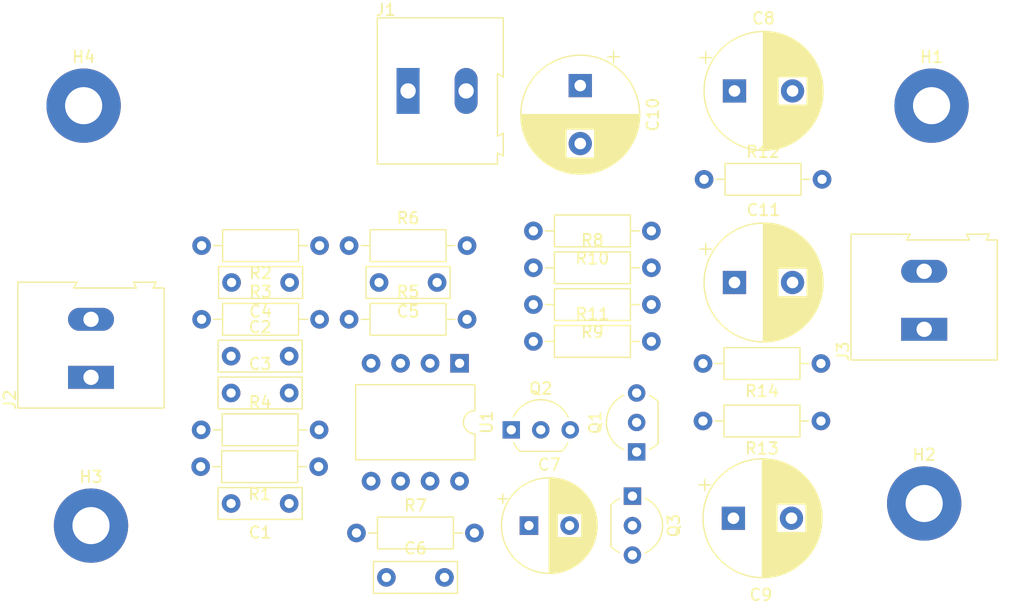
<source format=kicad_pcb>
(kicad_pcb (version 20221018) (generator pcbnew)
  (layers (0 "F.Cu" signal) (31 "B.Cu" signal) (34 "B.Paste" user) (35 "F.Paste" user) (36 "B.SilkS" user "B.Silkscreen") (37 "F.SilkS" user "F.Silkscreen") (38 "B.Mask" user) (39 "F.Mask" user) (44 "Edge.Cuts" user))
  (net 0 "")
  (net 1 "Net-(Q1-E)")
  (net 2 "Net-(Q1-B)")
  (net 3 "Net-(J1-Pin_2)")
  (net 4 "Net-(Q2-E)")
  (net 5 "Net-(Q2-B)")
  (net 6 "Net-(Q3-E)")
  (net 7 "GND")
  (net 8 "Net-(U1B-+)")
  (net 9 "Net-(U1A-+)")
  (net 10 "Net-(U1A--)")
  (net 11 "Net-(C4-Pad1)")
  (net 12 "Net-(C3-Pad2)")
  (net 13 "Net-(C5-Pad2)")
  (net 14 "Net-(U1B--)")
  (net 15 "Net-(C11-Pad1)")
  (net 16 "Net-(J3-Pin_2)")
  (net 17 "Net-(J2-Pin_2)")
  (footprint "TerminalBlock:TerminalBlock_Altech_AK300-2_P5.00mm" (layer "F.Cu") (at 166.37 82.14 90)
    (fp_text reference "J3" (at -1.92 -6.99 90) (layer "F.SilkS"))
    (fp_text value "Conn_01x02")
    (pad "1" thru_hole rect (at 0 0 90) (size 1.98 3.96) (drill 1.32) (layers "*.Cu" "*.Mask") (net 7 "GND"))
    (pad "2" thru_hole oval (at 5 0 90) (size 1.98 3.96) (drill 1.32) (layers "*.Cu" "*.Mask") (net 16 "Net-(J3-Pin_2)"))
  )
  (footprint "Package_TO_SOT_THT:TO-92_Inline_Wide" (layer "F.Cu") (at 141.605 92.71 90)
    (fp_text reference "Q1" (at 2.54 -3.56 90) (layer "F.SilkS"))
    (fp_text value "2N3904")
    (pad "1" thru_hole rect (at 0 0 90) (size 1.5 1.5) (drill 0.8) (layers "*.Cu" "*.Mask") (net 1 "Net-(Q1-E)"))
    (pad "2" thru_hole circle (at 2.54 0 90) (size 1.5 1.5) (drill 0.8) (layers "*.Cu" "*.Mask") (net 2 "Net-(Q1-B)"))
    (pad "3" thru_hole circle (at 5.08 0 90) (size 1.5 1.5) (drill 0.8) (layers "*.Cu" "*.Mask") (net 3 "Net-(J1-Pin_2)"))
  )
  (footprint "MountingHole:MountingHole_3.2mm_M3_Pad_TopBottom" (layer "F.Cu") (at 167.005 62.865)
    (fp_text reference "H1" (at 0 -4.2) (layer "F.SilkS"))
    (fp_text value "MountingHole_Pad")
    (pad "1" thru_hole circle (at 0 0) (size 3.6 3.6) (drill 3.2) (layers "*.Cu" "*.Mask"))
    (pad "1" connect circle (at 0 0) (size 6.4 6.4) (layers "F.Cu" "F.Mask"))
    (pad "1" connect circle (at 0 0) (size 6.4 6.4) (layers "B.Cu" "B.Mask"))
  )
  (footprint "Resistor_THT:R_Axial_DIN0207_L6.3mm_D2.5mm_P10.16mm_Horizontal" (layer "F.Cu") (at 147.412323 69.215)
    (fp_text reference "R12" (at 5.08 -2.37) (layer "F.SilkS"))
    (fp_text value "22")
    (pad "1" thru_hole circle (at 0 0) (size 1.6 1.6) (drill 0.8) (layers "*.Cu" "*.Mask") (net 1 "Net-(Q1-E)"))
    (pad "2" thru_hole oval (at 10.16 0) (size 1.6 1.6) (drill 0.8) (layers "*.Cu" "*.Mask") (net 15 "Net-(C11-Pad1)"))
  )
  (footprint "TerminalBlock:TerminalBlock_Altech_AK300-2_P5.00mm" (layer "F.Cu") (at 94.615 86.28 90)
    (fp_text reference "J2" (at -1.92 -6.99 90) (layer "F.SilkS"))
    (fp_text value "Conn_01x02")
    (pad "1" thru_hole rect (at 0 0 90) (size 1.98 3.96) (drill 1.32) (layers "*.Cu" "*.Mask") (net 7 "GND"))
    (pad "2" thru_hole oval (at 5 0 90) (size 1.98 3.96) (drill 1.32) (layers "*.Cu" "*.Mask") (net 17 "Net-(J2-Pin_2)"))
  )
  (footprint "Capacitor_THT:C_Rect_L7.0mm_W2.5mm_P5.00mm" (layer "F.Cu") (at 120.055 103.525)
    (fp_text reference "C6" (at 2.5 -2.5) (layer "F.SilkS"))
    (fp_text value "22p")
    (pad "1" thru_hole circle (at 0 0) (size 1.6 1.6) (drill 0.8) (layers "*.Cu" "*.Mask") (net 14 "Net-(U1B--)"))
    (pad "2" thru_hole circle (at 5 0) (size 1.6 1.6) (drill 0.8) (layers "*.Cu" "*.Mask") (net 15 "Net-(C11-Pad1)"))
  )
  (footprint "Resistor_THT:R_Axial_DIN0207_L6.3mm_D2.5mm_P10.16mm_Horizontal" (layer "F.Cu") (at 117.475 99.695)
    (fp_text reference "R7" (at 5.08 -2.37) (layer "F.SilkS"))
    (fp_text value "100k")
    (pad "1" thru_hole circle (at 0 0) (size 1.6 1.6) (drill 0.8) (layers "*.Cu" "*.Mask") (net 14 "Net-(U1B--)"))
    (pad "2" thru_hole oval (at 10.16 0) (size 1.6 1.6) (drill 0.8) (layers "*.Cu" "*.Mask") (net 15 "Net-(C11-Pad1)"))
  )
  (footprint "Capacitor_THT:C_Rect_L7.0mm_W2.5mm_P5.00mm" (layer "F.Cu") (at 106.68 87.63)
    (fp_text reference "C3" (at 2.5 -2.5) (layer "F.SilkS"))
    (fp_text value "22p")
    (pad "1" thru_hole circle (at 0 0) (size 1.6 1.6) (drill 0.8) (layers "*.Cu" "*.Mask") (net 10 "Net-(U1A--)"))
    (pad "2" thru_hole circle (at 5 0) (size 1.6 1.6) (drill 0.8) (layers "*.Cu" "*.Mask") (net 12 "Net-(C3-Pad2)"))
  )
  (footprint "Resistor_THT:R_Axial_DIN0207_L6.3mm_D2.5mm_P10.16mm_Horizontal" (layer "F.Cu") (at 104.1 90.805)
    (fp_text reference "R4" (at 5.08 -2.37) (layer "F.SilkS"))
    (fp_text value "100k")
    (pad "1" thru_hole circle (at 0 0) (size 1.6 1.6) (drill 0.8) (layers "*.Cu" "*.Mask") (net 10 "Net-(U1A--)"))
    (pad "2" thru_hole oval (at 10.16 0) (size 1.6 1.6) (drill 0.8) (layers "*.Cu" "*.Mask") (net 12 "Net-(C3-Pad2)"))
  )
  (footprint "Capacitor_THT:CP_Radial_D10.0mm_P5.00mm" (layer "F.Cu") (at 150.032323 61.595)
    (fp_text reference "C8" (at 2.5 -6.25) (layer "F.SilkS"))
    (fp_text value "1000u")
    (pad "1" thru_hole rect (at 0 0) (size 2 2) (drill 1) (layers "*.Cu" "*.Mask") (net 1 "Net-(Q1-E)"))
    (pad "2" thru_hole circle (at 5 0) (size 2 2) (drill 1) (layers "*.Cu" "*.Mask") (net 15 "Net-(C11-Pad1)"))
  )
  (footprint "Resistor_THT:R_Axial_DIN0207_L6.3mm_D2.5mm_P10.16mm_Horizontal" (layer "F.Cu") (at 157.48 85.09 180)
    (fp_text reference "R14" (at 5.08 -2.37) (layer "F.SilkS"))
    (fp_text value "680")
    (pad "1" thru_hole circle (at 0 0 180) (size 1.6 1.6) (drill 0.8) (layers "*.Cu" "*.Mask") (net 16 "Net-(J3-Pin_2)"))
    (pad "2" thru_hole oval (at 10.16 0 180) (size 1.6 1.6) (drill 0.8) (layers "*.Cu" "*.Mask") (net 7 "GND"))
  )
  (footprint "Resistor_THT:R_Axial_DIN0207_L6.3mm_D2.5mm_P10.16mm_Horizontal" (layer "F.Cu") (at 157.48 90.043 180)
    (fp_text reference "R13" (at 5.08 -2.37) (layer "F.SilkS"))
    (fp_text value "22")
    (pad "1" thru_hole circle (at 0 0 180) (size 1.6 1.6) (drill 0.8) (layers "*.Cu" "*.Mask") (net 15 "Net-(C11-Pad1)"))
    (pad "2" thru_hole oval (at 10.16 0 180) (size 1.6 1.6) (drill 0.8) (layers "*.Cu" "*.Mask") (net 6 "Net-(Q3-E)"))
  )
  (footprint "Resistor_THT:R_Axial_DIN0207_L6.3mm_D2.5mm_P10.16mm_Horizontal" (layer "F.Cu") (at 142.875 80.01 180)
    (fp_text reference "R9" (at 5.08 -2.37) (layer "F.SilkS"))
    (fp_text value "5k6")
    (pad "1" thru_hole circle (at 0 0 180) (size 1.6 1.6) (drill 0.8) (layers "*.Cu" "*.Mask") (net 5 "Net-(Q2-B)"))
    (pad "2" thru_hole oval (at 10.16 0 180) (size 1.6 1.6) (drill 0.8) (layers "*.Cu" "*.Mask") (net 4 "Net-(Q2-E)"))
  )
  (footprint "Resistor_THT:R_Axial_DIN0207_L6.3mm_D2.5mm_P10.16mm_Horizontal" (layer "F.Cu") (at 114.22 93.98 180)
    (fp_text reference "R1" (at 5.08 -2.37) (layer "F.SilkS"))
    (fp_text value "10k")
    (pad "1" thru_hole circle (at 0 0 180) (size 1.6 1.6) (drill 0.8) (layers "*.Cu" "*.Mask") (net 8 "Net-(U1B-+)"))
    (pad "2" thru_hole oval (at 10.16 0 180) (size 1.6 1.6) (drill 0.8) (layers "*.Cu" "*.Mask") (net 7 "GND"))
  )
  (footprint "TerminalBlock:TerminalBlock_Altech_AK300-2_P5.00mm" (layer "F.Cu") (at 121.92 61.595)
    (fp_text reference "J1" (at -1.92 -6.99) (layer "F.SilkS"))
    (fp_text value "Conn_01x02")
    (pad "1" thru_hole rect (at 0 0) (size 1.98 3.96) (drill 1.32) (layers "*.Cu" "*.Mask") (net 7 "GND"))
    (pad "2" thru_hole oval (at 5 0) (size 1.98 3.96) (drill 1.32) (layers "*.Cu" "*.Mask") (net 3 "Net-(J1-Pin_2)"))
  )
  (footprint "Capacitor_THT:CP_Radial_D10.0mm_P5.00mm" (layer "F.Cu") (at 150.032323 78.105)
    (fp_text reference "C11" (at 2.5 -6.25) (layer "F.SilkS"))
    (fp_text value "470u")
    (pad "1" thru_hole rect (at 0 0) (size 2 2) (drill 1) (layers "*.Cu" "*.Mask") (net 15 "Net-(C11-Pad1)"))
    (pad "2" thru_hole circle (at 5 0) (size 2 2) (drill 1) (layers "*.Cu" "*.Mask") (net 16 "Net-(J3-Pin_2)"))
  )
  (footprint "MountingHole:MountingHole_3.2mm_M3_Pad_TopBottom" (layer "F.Cu") (at 93.98 62.865)
    (fp_text reference "H4" (at 0 -4.2) (layer "F.SilkS"))
    (fp_text value "MountingHole_Pad")
    (pad "1" thru_hole circle (at 0 0) (size 3.6 3.6) (drill 3.2) (layers "*.Cu" "*.Mask"))
    (pad "1" connect circle (at 0 0) (size 6.4 6.4) (layers "F.Cu" "F.Mask"))
    (pad "1" connect circle (at 0 0) (size 6.4 6.4) (layers "B.Cu" "B.Mask"))
  )
  (footprint "Capacitor_THT:CP_Radial_D10.0mm_P5.00mm" (layer "F.Cu") (at 149.94 98.425)
    (fp_text reference "C9" (at 2.367677 6.604) (layer "F.SilkS"))
    (fp_text value "1000u")
    (pad "1" thru_hole rect (at 0 0) (size 2 2) (drill 1) (layers "*.Cu" "*.Mask") (net 15 "Net-(C11-Pad1)"))
    (pad "2" thru_hole circle (at 5 0) (size 2 2) (drill 1) (layers "*.Cu" "*.Mask") (net 6 "Net-(Q3-E)"))
  )
  (footprint "Capacitor_THT:CP_Radial_D8.0mm_P3.50mm" (layer "F.Cu") (at 132.332349 99.06)
    (fp_text reference "C7" (at 1.75 -5.25) (layer "F.SilkS"))
    (fp_text value "100u")
    (pad "1" thru_hole rect (at 0 0) (size 1.6 1.6) (drill 0.8) (layers "*.Cu" "*.Mask") (net 2 "Net-(Q1-B)"))
    (pad "2" thru_hole circle (at 3.5 0) (size 1.6 1.6) (drill 0.8) (layers "*.Cu" "*.Mask") (net 4 "Net-(Q2-E)"))
  )
  (footprint "Resistor_THT:R_Axial_DIN0207_L6.3mm_D2.5mm_P10.16mm_Horizontal" (layer "F.Cu") (at 116.84 81.28)
    (fp_text reference "R5" (at 5.08 -2.37) (layer "F.SilkS"))
    (fp_text value "27k")
    (pad "1" thru_hole circle (at 0 0) (size 1.6 1.6) (drill 0.8) (layers "*.Cu" "*.Mask") (net 13 "Net-(C5-Pad2)"))
    (pad "2" thru_hole oval (at 10.16 0) (size 1.6 1.6) (drill 0.8) (layers "*.Cu" "*.Mask") (net 14 "Net-(U1B--)"))
  )
  (footprint "Package_TO_SOT_THT:TO-92_Inline_Wide" (layer "F.Cu") (at 141.245 96.52 -90)
    (fp_text reference "Q3" (at 2.54 -3.56 90) (layer "F.SilkS"))
    (fp_text value "2N3906")
    (pad "1" thru_hole rect (at 0 0 270) (size 1.5 1.5) (drill 0.8) (layers "*.Cu" "*.Mask") (net 6 "Net-(Q3-E)"))
    (pad "2" thru_hole circle (at 2.54 0 270) (size 1.5 1.5) (drill 0.8) (layers "*.Cu" "*.Mask") (net 4 "Net-(Q2-E)"))
    (pad "3" thru_hole circle (at 5.08 0 270) (size 1.5 1.5) (drill 0.8) (layers "*.Cu" "*.Mask") (net 7 "GND"))
  )
  (footprint "Capacitor_THT:C_Rect_L7.0mm_W2.5mm_P5.00mm" (layer "F.Cu") (at 124.42 78.105 180)
    (fp_text reference "C5" (at 2.5 -2.5) (layer "F.SilkS"))
    (fp_text value "220n")
    (pad "1" thru_hole circle (at 0 0 180) (size 1.6 1.6) (drill 0.8) (layers "*.Cu" "*.Mask") (net 12 "Net-(C3-Pad2)"))
    (pad "2" thru_hole circle (at 5 0 180) (size 1.6 1.6) (drill 0.8) (layers "*.Cu" "*.Mask") (net 13 "Net-(C5-Pad2)"))
  )
  (footprint "Resistor_THT:R_Axial_DIN0207_L6.3mm_D2.5mm_P10.16mm_Horizontal" (layer "F.Cu") (at 116.84 74.93)
    (fp_text reference "R6" (at 5.08 -2.37) (layer "F.SilkS"))
    (fp_text value "10k")
    (pad "1" thru_hole circle (at 0 0) (size 1.6 1.6) (drill 0.8) (layers "*.Cu" "*.Mask") (net 8 "Net-(U1B-+)"))
    (pad "2" thru_hole oval (at 10.16 0) (size 1.6 1.6) (drill 0.8) (layers "*.Cu" "*.Mask") (net 3 "Net-(J1-Pin_2)"))
  )
  (footprint "Resistor_THT:R_Axial_DIN0207_L6.3mm_D2.5mm_P10.16mm_Horizontal" (layer "F.Cu") (at 132.715 83.185)
    (fp_text reference "R11" (at 5.08 -2.37) (layer "F.SilkS"))
    (fp_text value "4k7")
    (pad "1" thru_hole circle (at 0 0) (size 1.6 1.6) (drill 0.8) (layers "*.Cu" "*.Mask") (net 4 "Net-(Q2-E)"))
    (pad "2" thru_hole oval (at 10.16 0) (size 1.6 1.6) (drill 0.8) (layers "*.Cu" "*.Mask") (net 7 "GND"))
  )
  (footprint "MountingHole:MountingHole_3.2mm_M3_Pad_TopBottom" (layer "F.Cu") (at 94.615 99.06)
    (fp_text reference "H3" (at 0 -4.2) (layer "F.SilkS"))
    (fp_text value "MountingHole_Pad")
    (pad "1" thru_hole circle (at 0 0) (size 3.6 3.6) (drill 3.2) (layers "*.Cu" "*.Mask"))
    (pad "1" connect circle (at 0 0) (size 6.4 6.4) (layers "F.Cu" "F.Mask"))
    (pad "1" connect circle (at 0 0) (size 6.4 6.4) (layers "B.Cu" "B.Mask"))
  )
  (footprint "Resistor_THT:R_Axial_DIN0207_L6.3mm_D2.5mm_P10.16mm_Horizontal" (layer "F.Cu") (at 114.3 74.93 180)
    (fp_text reference "R2" (at 5.08 -2.37) (layer "F.SilkS"))
    (fp_text value "10k")
    (pad "1" thru_hole circle (at 0 0 180) (size 1.6 1.6) (drill 0.8) (layers "*.Cu" "*.Mask") (net 8 "Net-(U1B-+)"))
    (pad "2" thru_hole oval (at 10.16 0 180) (size 1.6 1.6) (drill 0.8) (layers "*.Cu" "*.Mask") (net 9 "Net-(U1A-+)"))
  )
  (footprint "Resistor_THT:R_Axial_DIN0207_L6.3mm_D2.5mm_P10.16mm_Horizontal" (layer "F.Cu") (at 104.14 81.28)
    (fp_text reference "R3" (at 5.08 -2.37) (layer "F.SilkS"))
    (fp_text value "27k")
    (pad "1" thru_hole circle (at 0 0) (size 1.6 1.6) (drill 0.8) (layers "*.Cu" "*.Mask") (net 10 "Net-(U1A--)"))
    (pad "2" thru_hole oval (at 10.16 0) (size 1.6 1.6) (drill 0.8) (layers "*.Cu" "*.Mask") (net 11 "Net-(C4-Pad1)"))
  )
  (footprint "Capacitor_THT:C_Rect_L7.0mm_W2.5mm_P5.00mm" (layer "F.Cu") (at 106.68 84.455)
    (fp_text reference "C2" (at 2.5 -2.5) (layer "F.SilkS"))
    (fp_text value "220n")
    (pad "1" thru_hole circle (at 0 0) (size 1.6 1.6) (drill 0.8) (layers "*.Cu" "*.Mask") (net 17 "Net-(J2-Pin_2)"))
    (pad "2" thru_hole circle (at 5 0) (size 1.6 1.6) (drill 0.8) (layers "*.Cu" "*.Mask") (net 9 "Net-(U1A-+)"))
  )
  (footprint "Package_TO_SOT_THT:TO-92_Inline_Wide" (layer "F.Cu") (at 130.81 90.805)
    (fp_text reference "Q2" (at 2.54 -3.56) (layer "F.SilkS"))
    (fp_text value "2N3904")
    (pad "1" thru_hole rect (at 0 0) (size 1.5 1.5) (drill 0.8) (layers "*.Cu" "*.Mask") (net 4 "Net-(Q2-E)"))
    (pad "2" thru_hole circle (at 2.54 0) (size 1.5 1.5) (drill 0.8) (layers "*.Cu" "*.Mask") (net 5 "Net-(Q2-B)"))
    (pad "3" thru_hole circle (at 5.08 0) (size 1.5 1.5) (drill 0.8) (layers "*.Cu" "*.Mask") (net 2 "Net-(Q1-B)"))
  )
  (footprint "Capacitor_THT:C_Rect_L7.0mm_W2.5mm_P5.00mm" (layer "F.Cu") (at 111.68 97.155 180)
    (fp_text reference "C1" (at 2.5 -2.5) (layer "F.SilkS"))
    (fp_text value "10n")
    (pad "1" thru_hole circle (at 0 0 180) (size 1.6 1.6) (drill 0.8) (layers "*.Cu" "*.Mask") (net 8 "Net-(U1B-+)"))
    (pad "2" thru_hole circle (at 5 0 180) (size 1.6 1.6) (drill 0.8) (layers "*.Cu" "*.Mask") (net 7 "GND"))
  )
  (footprint "MountingHole:MountingHole_3.2mm_M3_Pad_TopBottom" (layer "F.Cu") (at 166.37 97.155)
    (fp_text reference "H2" (at 0 -4.2) (layer "F.SilkS"))
    (fp_text value "MountingHole_Pad")
    (pad "1" thru_hole circle (at 0 0) (size 3.6 3.6) (drill 3.2) (layers "*.Cu" "*.Mask"))
    (pad "1" connect circle (at 0 0) (size 6.4 6.4) (layers "F.Cu" "F.Mask"))
    (pad "1" connect circle (at 0 0) (size 6.4 6.4) (layers "B.Cu" "B.Mask"))
  )
  (footprint "Package_DIP:DIP-8_W10.16mm" (layer "F.Cu") (at 126.355 85.07 -90)
    (fp_text reference "U1" (at 5.08 -2.33 90) (layer "F.SilkS"))
    (fp_text value "NE5532")
    (pad "1" thru_hole rect (at 0 0 270) (size 1.6 1.6) (drill 0.8) (layers "*.Cu" "*.Mask") (net 12 "Net-(C3-Pad2)"))
    (pad "2" thru_hole oval (at 0 2.54 270) (size 1.6 1.6) (drill 0.8) (layers "*.Cu" "*.Mask") (net 10 "Net-(U1A--)"))
    (pad "3" thru_hole oval (at 0 5.08 270) (size 1.6 1.6) (drill 0.8) (layers "*.Cu" "*.Mask") (net 9 "Net-(U1A-+)"))
    (pad "4" thru_hole oval (at 0 7.62 270) (size 1.6 1.6) (drill 0.8) (layers "*.Cu" "*.Mask") (net 7 "GND"))
    (pad "5" thru_hole oval (at 10.16 7.62 270) (size 1.6 1.6) (drill 0.8) (layers "*.Cu" "*.Mask") (net 8 "Net-(U1B-+)"))
    (pad "6" thru_hole oval (at 10.16 5.08 270) (size 1.6 1.6) (drill 0.8) (layers "*.Cu" "*.Mask") (net 14 "Net-(U1B--)"))
    (pad "7" thru_hole oval (at 10.16 2.54 270) (size 1.6 1.6) (drill 0.8) (layers "*.Cu" "*.Mask") (net 2 "Net-(Q1-B)"))
    (pad "8" thru_hole oval (at 10.16 0 270) (size 1.6 1.6) (drill 0.8) (layers "*.Cu" "*.Mask") (net 3 "Net-(J1-Pin_2)"))
  )
  (footprint "Resistor_THT:R_Axial_DIN0207_L6.3mm_D2.5mm_P10.16mm_Horizontal" (layer "F.Cu") (at 132.715 76.835)
    (fp_text reference "R8" (at 5.08 -2.37) (layer "F.SilkS"))
    (fp_text value "12k")
    (pad "1" thru_hole circle (at 0 0) (size 1.6 1.6) (drill 0.8) (layers "*.Cu" "*.Mask") (net 2 "Net-(Q1-B)"))
    (pad "2" thru_hole oval (at 10.16 0) (size 1.6 1.6) (drill 0.8) (layers "*.Cu" "*.Mask") (net 5 "Net-(Q2-B)"))
  )
  (footprint "Capacitor_THT:CP_Radial_D10.0mm_P5.00mm" (layer "F.Cu") (at 136.75 61.132323 -90)
    (fp_text reference "C10" (at 2.5 -6.25 90) (layer "F.SilkS"))
    (fp_text value "1000u")
    (pad "1" thru_hole rect (at 0 0 270) (size 2 2) (drill 1) (layers "*.Cu" "*.Mask") (net 3 "Net-(J1-Pin_2)"))
    (pad "2" thru_hole circle (at 5 0 270) (size 2 2) (drill 1) (layers "*.Cu" "*.Mask") (net 7 "GND"))
  )
  (footprint "Resistor_THT:R_Axial_DIN0207_L6.3mm_D2.5mm_P10.16mm_Horizontal" (layer "F.Cu") (at 142.875 73.66 180)
    (fp_text reference "R10" (at 5.08 -2.37) (layer "F.SilkS"))
    (fp_text value "4k7")
    (pad "1" thru_hole circle (at 0 0 180) (size 1.6 1.6) (drill 0.8) (layers "*.Cu" "*.Mask") (net 3 "Net-(J1-Pin_2)"))
    (pad "2" thru_hole oval (at 10.16 0 180) (size 1.6 1.6) (drill 0.8) (layers "*.Cu" "*.Mask") (net 2 "Net-(Q1-B)"))
  )
  (footprint "Capacitor_THT:C_Rect_L7.0mm_W2.5mm_P5.00mm" (layer "F.Cu") (at 111.72 78.105 180)
    (fp_text reference "C4" (at 2.5 -2.5) (layer "F.SilkS"))
    (fp_text value "220n")
    (pad "1" thru_hole circle (at 0 0 180) (size 1.6 1.6) (drill 0.8) (layers "*.Cu" "*.Mask") (net 11 "Net-(C4-Pad1)"))
    (pad "2" thru_hole circle (at 5 0 180) (size 1.6 1.6) (drill 0.8) (layers "*.Cu" "*.Mask") (net 7 "GND"))
  )
)
</source>
